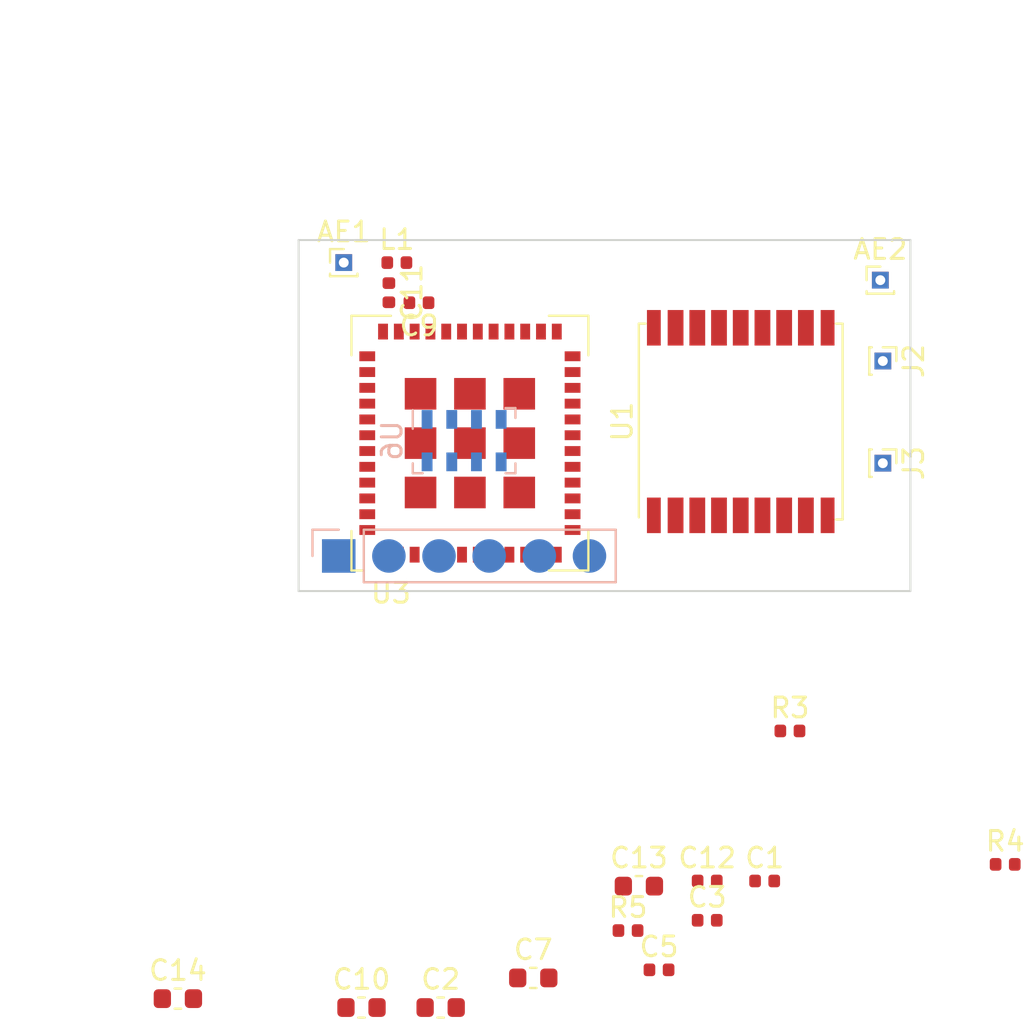
<source format=kicad_pcb>
(kicad_pcb (version 20171130) (host pcbnew "(5.1.2)-1")

  (general
    (thickness 1.6)
    (drawings 6)
    (tracks 0)
    (zones 0)
    (modules 23)
    (nets 16)
  )

  (page A3)
  (title_block
    (title "PCB for Lora Pico Tracker")
    (date 2019-10-21)
    (company "Imperial College Space Society")
    (comment 1 "Richard Ibbotson, Medad Newman")
  )

  (layers
    (0 F.Cu signal)
    (31 B.Cu signal)
    (32 B.Adhes user)
    (33 F.Adhes user)
    (34 B.Paste user)
    (35 F.Paste user)
    (36 B.SilkS user hide)
    (37 F.SilkS user hide)
    (38 B.Mask user)
    (39 F.Mask user)
    (40 Dwgs.User user)
    (41 Cmts.User user)
    (42 Eco1.User user)
    (43 Eco2.User user)
    (44 Edge.Cuts user)
    (45 Margin user hide)
    (46 B.CrtYd user)
    (47 F.CrtYd user)
    (48 B.Fab user hide)
    (49 F.Fab user hide)
  )

  (setup
    (last_trace_width 0.25)
    (user_trace_width 0.2)
    (user_trace_width 0.25)
    (user_trace_width 0.2933)
    (user_trace_width 0.4)
    (user_trace_width 2)
    (user_trace_width 2.54)
    (user_trace_width 5)
    (trace_clearance 0.2)
    (zone_clearance 0.508)
    (zone_45_only yes)
    (trace_min 0.2)
    (via_size 0.8)
    (via_drill 0.4)
    (via_min_size 0.4)
    (via_min_drill 0.3)
    (uvia_size 0.3)
    (uvia_drill 0.1)
    (uvias_allowed no)
    (uvia_min_size 0.2)
    (uvia_min_drill 0.1)
    (edge_width 0.05)
    (segment_width 0.2)
    (pcb_text_width 0.3)
    (pcb_text_size 1.5 1.5)
    (mod_edge_width 0.12)
    (mod_text_size 1 1)
    (mod_text_width 0.15)
    (pad_size 0.55 0.35)
    (pad_drill 0)
    (pad_to_mask_clearance 0.051)
    (solder_mask_min_width 0.25)
    (aux_axis_origin 0 0)
    (visible_elements 7FFFFFFF)
    (pcbplotparams
      (layerselection 0x3ffff_ffffffff)
      (usegerberextensions false)
      (usegerberattributes false)
      (usegerberadvancedattributes false)
      (creategerberjobfile false)
      (excludeedgelayer true)
      (linewidth 0.100000)
      (plotframeref false)
      (viasonmask false)
      (mode 1)
      (useauxorigin false)
      (hpglpennumber 1)
      (hpglpenspeed 20)
      (hpglpendiameter 15.000000)
      (psnegative false)
      (psa4output false)
      (plotreference true)
      (plotvalue true)
      (plotinvisibletext false)
      (padsonsilk false)
      (subtractmaskfromsilk false)
      (outputformat 1)
      (mirror false)
      (drillshape 0)
      (scaleselection 1)
      (outputdirectory "D:/Long term storage and temp/dead weight program downloads/Flight computer V1.1 gerbers/"))
  )

  (net 0 "")
  (net 1 GND)
  (net 2 +3V3)
  (net 3 "Net-(C9-Pad1)")
  (net 4 /I2C1_SDA)
  (net 5 /I2C1_SCL)
  (net 6 "Net-(AE2-Pad1)")
  (net 7 /SWDIO)
  (net 8 /RESET)
  (net 9 /VDD_TCXO)
  (net 10 /SWCLK)
  (net 11 "Net-(R3-Pad1)")
  (net 12 /GPS_TIMEPULSE)
  (net 13 /GPS_EXTINT)
  (net 14 /GPS_SAFEBOOT)
  (net 15 "Net-(AE1-Pad1)")

  (net_class Default "This is the default net class."
    (clearance 0.2)
    (trace_width 0.25)
    (via_dia 0.8)
    (via_drill 0.4)
    (uvia_dia 0.3)
    (uvia_drill 0.1)
    (add_net +3V3)
    (add_net /GPS_EXTINT)
    (add_net /GPS_SAFEBOOT)
    (add_net /GPS_TIMEPULSE)
    (add_net /I2C1_SCL)
    (add_net /I2C1_SDA)
    (add_net /RESET)
    (add_net /SWCLK)
    (add_net /SWDIO)
    (add_net /VDD_TCXO)
    (add_net GND)
    (add_net "Net-(AE1-Pad1)")
    (add_net "Net-(AE2-Pad1)")
    (add_net "Net-(C9-Pad1)")
    (add_net "Net-(J1-Pad6)")
    (add_net "Net-(R3-Pad1)")
    (add_net "Net-(U1-Pad14)")
    (add_net "Net-(U1-Pad15)")
    (add_net "Net-(U1-Pad2)")
    (add_net "Net-(U1-Pad3)")
    (add_net "Net-(U3-Pad1)")
    (add_net "Net-(U3-Pad10)")
    (add_net "Net-(U3-Pad11)")
    (add_net "Net-(U3-Pad12)")
    (add_net "Net-(U3-Pad13)")
    (add_net "Net-(U3-Pad18)")
    (add_net "Net-(U3-Pad19)")
    (add_net "Net-(U3-Pad2)")
    (add_net "Net-(U3-Pad20)")
    (add_net "Net-(U3-Pad21)")
    (add_net "Net-(U3-Pad22)")
    (add_net "Net-(U3-Pad23)")
    (add_net "Net-(U3-Pad24)")
    (add_net "Net-(U3-Pad28)")
    (add_net "Net-(U3-Pad29)")
    (add_net "Net-(U3-Pad30)")
    (add_net "Net-(U3-Pad31)")
    (add_net "Net-(U3-Pad32)")
    (add_net "Net-(U3-Pad33)")
    (add_net "Net-(U3-Pad37)")
    (add_net "Net-(U3-Pad38)")
    (add_net "Net-(U3-Pad39)")
    (add_net "Net-(U3-Pad40)")
    (add_net "Net-(U3-Pad45)")
    (add_net "Net-(U3-Pad46)")
    (add_net "Net-(U3-Pad47)")
    (add_net "Net-(U3-Pad8)")
    (add_net "Net-(U3-Pad9)")
    (add_net "Net-(U6-Pad6)")
  )

  (net_class FETs ""
    (clearance 0.2)
    (trace_width 2)
    (via_dia 0.8)
    (via_drill 0.4)
    (uvia_dia 0.3)
    (uvia_drill 0.1)
  )

  (net_class Power ""
    (clearance 0.2)
    (trace_width 2)
    (via_dia 0.8)
    (via_drill 0.4)
    (uvia_dia 0.3)
    (uvia_drill 0.1)
  )

  (net_class sense ""
    (clearance 0.2)
    (trace_width 0.25)
    (via_dia 0.8)
    (via_drill 0.4)
    (uvia_dia 0.3)
    (uvia_drill 0.1)
  )

  (module Connector_PinHeader_1.00mm:PinHeader_1x01_P1.00mm_Vertical (layer F.Cu) (tedit 59FED738) (tstamp 5DB3DEF2)
    (at 296.291 171.323 270)
    (descr "Through hole straight pin header, 1x01, 1.00mm pitch, single row")
    (tags "Through hole pin header THT 1x01 1.00mm single row")
    (path /5DC8A70A)
    (fp_text reference J3 (at 0 -1.56 90) (layer F.SilkS)
      (effects (font (size 1 1) (thickness 0.15)))
    )
    (fp_text value 3.3V (at 0 1.56 90) (layer F.Fab)
      (effects (font (size 1 1) (thickness 0.15)))
    )
    (fp_text user %R (at 0 0) (layer F.Fab)
      (effects (font (size 0.76 0.76) (thickness 0.114)))
    )
    (fp_line (start 1.15 -1) (end -1.15 -1) (layer F.CrtYd) (width 0.05))
    (fp_line (start 1.15 1) (end 1.15 -1) (layer F.CrtYd) (width 0.05))
    (fp_line (start -1.15 1) (end 1.15 1) (layer F.CrtYd) (width 0.05))
    (fp_line (start -1.15 -1) (end -1.15 1) (layer F.CrtYd) (width 0.05))
    (fp_line (start -0.695 -0.685) (end 0 -0.685) (layer F.SilkS) (width 0.12))
    (fp_line (start -0.695 0) (end -0.695 -0.685) (layer F.SilkS) (width 0.12))
    (fp_line (start 0.608276 0.685) (end 0.695 0.685) (layer F.SilkS) (width 0.12))
    (fp_line (start -0.695 0.685) (end -0.608276 0.685) (layer F.SilkS) (width 0.12))
    (fp_line (start 0.695 0.685) (end 0.695 0.56) (layer F.SilkS) (width 0.12))
    (fp_line (start -0.695 0.685) (end -0.695 0.56) (layer F.SilkS) (width 0.12))
    (fp_line (start -0.695 0.685) (end 0.695 0.685) (layer F.SilkS) (width 0.12))
    (fp_line (start -0.635 -0.1825) (end -0.3175 -0.5) (layer F.Fab) (width 0.1))
    (fp_line (start -0.635 0.5) (end -0.635 -0.1825) (layer F.Fab) (width 0.1))
    (fp_line (start 0.635 0.5) (end -0.635 0.5) (layer F.Fab) (width 0.1))
    (fp_line (start 0.635 -0.5) (end 0.635 0.5) (layer F.Fab) (width 0.1))
    (fp_line (start -0.3175 -0.5) (end 0.635 -0.5) (layer F.Fab) (width 0.1))
    (pad 1 thru_hole rect (at 0 0 270) (size 0.85 0.85) (drill 0.5) (layers *.Cu *.Mask)
      (net 2 +3V3))
    (model ${KISYS3DMOD}/Connector_PinHeader_1.00mm.3dshapes/PinHeader_1x01_P1.00mm_Vertical.wrl
      (at (xyz 0 0 0))
      (scale (xyz 1 1 1))
      (rotate (xyz 0 0 0))
    )
  )

  (module Connector_PinHeader_1.00mm:PinHeader_1x01_P1.00mm_Vertical (layer F.Cu) (tedit 59FED738) (tstamp 5DB3DEDC)
    (at 296.291 166.148001 270)
    (descr "Through hole straight pin header, 1x01, 1.00mm pitch, single row")
    (tags "Through hole pin header THT 1x01 1.00mm single row")
    (path /5DC8B635)
    (fp_text reference J2 (at 0 -1.56 90) (layer F.SilkS)
      (effects (font (size 1 1) (thickness 0.15)))
    )
    (fp_text value GND (at 0 1.56 90) (layer F.Fab)
      (effects (font (size 1 1) (thickness 0.15)))
    )
    (fp_text user %R (at 0 0) (layer F.Fab)
      (effects (font (size 0.76 0.76) (thickness 0.114)))
    )
    (fp_line (start 1.15 -1) (end -1.15 -1) (layer F.CrtYd) (width 0.05))
    (fp_line (start 1.15 1) (end 1.15 -1) (layer F.CrtYd) (width 0.05))
    (fp_line (start -1.15 1) (end 1.15 1) (layer F.CrtYd) (width 0.05))
    (fp_line (start -1.15 -1) (end -1.15 1) (layer F.CrtYd) (width 0.05))
    (fp_line (start -0.695 -0.685) (end 0 -0.685) (layer F.SilkS) (width 0.12))
    (fp_line (start -0.695 0) (end -0.695 -0.685) (layer F.SilkS) (width 0.12))
    (fp_line (start 0.608276 0.685) (end 0.695 0.685) (layer F.SilkS) (width 0.12))
    (fp_line (start -0.695 0.685) (end -0.608276 0.685) (layer F.SilkS) (width 0.12))
    (fp_line (start 0.695 0.685) (end 0.695 0.56) (layer F.SilkS) (width 0.12))
    (fp_line (start -0.695 0.685) (end -0.695 0.56) (layer F.SilkS) (width 0.12))
    (fp_line (start -0.695 0.685) (end 0.695 0.685) (layer F.SilkS) (width 0.12))
    (fp_line (start -0.635 -0.1825) (end -0.3175 -0.5) (layer F.Fab) (width 0.1))
    (fp_line (start -0.635 0.5) (end -0.635 -0.1825) (layer F.Fab) (width 0.1))
    (fp_line (start 0.635 0.5) (end -0.635 0.5) (layer F.Fab) (width 0.1))
    (fp_line (start 0.635 -0.5) (end 0.635 0.5) (layer F.Fab) (width 0.1))
    (fp_line (start -0.3175 -0.5) (end 0.635 -0.5) (layer F.Fab) (width 0.1))
    (pad 1 thru_hole rect (at 0 0 270) (size 0.85 0.85) (drill 0.5) (layers *.Cu *.Mask)
      (net 1 GND))
    (model ${KISYS3DMOD}/Connector_PinHeader_1.00mm.3dshapes/PinHeader_1x01_P1.00mm_Vertical.wrl
      (at (xyz 0 0 0))
      (scale (xyz 1 1 1))
      (rotate (xyz 0 0 0))
    )
  )

  (module Connector_PinHeader_1.00mm:PinHeader_1x01_P1.00mm_Vertical (layer F.Cu) (tedit 59FED738) (tstamp 5DB1388A)
    (at 296.164 162.052)
    (descr "Through hole straight pin header, 1x01, 1.00mm pitch, single row")
    (tags "Through hole pin header THT 1x01 1.00mm single row")
    (path /5DDA946B)
    (fp_text reference AE2 (at 0 -1.56) (layer F.SilkS)
      (effects (font (size 1 1) (thickness 0.15)))
    )
    (fp_text value "GPS Antenna" (at 0 1.56) (layer F.Fab)
      (effects (font (size 1 1) (thickness 0.15)))
    )
    (fp_text user %R (at 0 0 90) (layer F.Fab)
      (effects (font (size 0.76 0.76) (thickness 0.114)))
    )
    (fp_line (start 1.15 -1) (end -1.15 -1) (layer F.CrtYd) (width 0.05))
    (fp_line (start 1.15 1) (end 1.15 -1) (layer F.CrtYd) (width 0.05))
    (fp_line (start -1.15 1) (end 1.15 1) (layer F.CrtYd) (width 0.05))
    (fp_line (start -1.15 -1) (end -1.15 1) (layer F.CrtYd) (width 0.05))
    (fp_line (start -0.695 -0.685) (end 0 -0.685) (layer F.SilkS) (width 0.12))
    (fp_line (start -0.695 0) (end -0.695 -0.685) (layer F.SilkS) (width 0.12))
    (fp_line (start 0.608276 0.685) (end 0.695 0.685) (layer F.SilkS) (width 0.12))
    (fp_line (start -0.695 0.685) (end -0.608276 0.685) (layer F.SilkS) (width 0.12))
    (fp_line (start 0.695 0.685) (end 0.695 0.56) (layer F.SilkS) (width 0.12))
    (fp_line (start -0.695 0.685) (end -0.695 0.56) (layer F.SilkS) (width 0.12))
    (fp_line (start -0.695 0.685) (end 0.695 0.685) (layer F.SilkS) (width 0.12))
    (fp_line (start -0.635 -0.1825) (end -0.3175 -0.5) (layer F.Fab) (width 0.1))
    (fp_line (start -0.635 0.5) (end -0.635 -0.1825) (layer F.Fab) (width 0.1))
    (fp_line (start 0.635 0.5) (end -0.635 0.5) (layer F.Fab) (width 0.1))
    (fp_line (start 0.635 -0.5) (end 0.635 0.5) (layer F.Fab) (width 0.1))
    (fp_line (start -0.3175 -0.5) (end 0.635 -0.5) (layer F.Fab) (width 0.1))
    (pad 1 thru_hole rect (at 0 0) (size 0.85 0.85) (drill 0.5) (layers *.Cu *.Mask)
      (net 6 "Net-(AE2-Pad1)"))
    (model ${KISYS3DMOD}/Connector_PinHeader_1.00mm.3dshapes/PinHeader_1x01_P1.00mm_Vertical.wrl
      (at (xyz 0 0 0))
      (scale (xyz 1 1 1))
      (rotate (xyz 0 0 0))
    )
  )

  (module Connector_PinHeader_1.00mm:PinHeader_1x01_P1.00mm_Vertical (layer F.Cu) (tedit 59FED738) (tstamp 5DB13882)
    (at 268.986 161.163)
    (descr "Through hole straight pin header, 1x01, 1.00mm pitch, single row")
    (tags "Through hole pin header THT 1x01 1.00mm single row")
    (path /5DE442FF)
    (fp_text reference AE1 (at 0 -1.56) (layer F.SilkS)
      (effects (font (size 1 1) (thickness 0.15)))
    )
    (fp_text value "Lora Antenna" (at 0 1.56) (layer F.Fab)
      (effects (font (size 1 1) (thickness 0.15)))
    )
    (fp_text user %R (at 0 0 90) (layer F.Fab)
      (effects (font (size 0.76 0.76) (thickness 0.114)))
    )
    (fp_line (start 1.15 -1) (end -1.15 -1) (layer F.CrtYd) (width 0.05))
    (fp_line (start 1.15 1) (end 1.15 -1) (layer F.CrtYd) (width 0.05))
    (fp_line (start -1.15 1) (end 1.15 1) (layer F.CrtYd) (width 0.05))
    (fp_line (start -1.15 -1) (end -1.15 1) (layer F.CrtYd) (width 0.05))
    (fp_line (start -0.695 -0.685) (end 0 -0.685) (layer F.SilkS) (width 0.12))
    (fp_line (start -0.695 0) (end -0.695 -0.685) (layer F.SilkS) (width 0.12))
    (fp_line (start 0.608276 0.685) (end 0.695 0.685) (layer F.SilkS) (width 0.12))
    (fp_line (start -0.695 0.685) (end -0.608276 0.685) (layer F.SilkS) (width 0.12))
    (fp_line (start 0.695 0.685) (end 0.695 0.56) (layer F.SilkS) (width 0.12))
    (fp_line (start -0.695 0.685) (end -0.695 0.56) (layer F.SilkS) (width 0.12))
    (fp_line (start -0.695 0.685) (end 0.695 0.685) (layer F.SilkS) (width 0.12))
    (fp_line (start -0.635 -0.1825) (end -0.3175 -0.5) (layer F.Fab) (width 0.1))
    (fp_line (start -0.635 0.5) (end -0.635 -0.1825) (layer F.Fab) (width 0.1))
    (fp_line (start 0.635 0.5) (end -0.635 0.5) (layer F.Fab) (width 0.1))
    (fp_line (start 0.635 -0.5) (end 0.635 0.5) (layer F.Fab) (width 0.1))
    (fp_line (start -0.3175 -0.5) (end 0.635 -0.5) (layer F.Fab) (width 0.1))
    (pad 1 thru_hole rect (at 0 0) (size 0.85 0.85) (drill 0.5) (layers *.Cu *.Mask)
      (net 15 "Net-(AE1-Pad1)"))
    (model ${KISYS3DMOD}/Connector_PinHeader_1.00mm.3dshapes/PinHeader_1x01_P1.00mm_Vertical.wrl
      (at (xyz 0 0 0))
      (scale (xyz 1 1 1))
      (rotate (xyz 0 0 0))
    )
  )

  (module Resistor_SMD:R_0402_1005Metric (layer F.Cu) (tedit 5B301BBD) (tstamp 5DB1398F)
    (at 283.385001 194.995001)
    (descr "Resistor SMD 0402 (1005 Metric), square (rectangular) end terminal, IPC_7351 nominal, (Body size source: http://www.tortai-tech.com/upload/download/2011102023233369053.pdf), generated with kicad-footprint-generator")
    (tags resistor)
    (path /5DC8415A)
    (attr smd)
    (fp_text reference R5 (at 0 -1.17) (layer F.SilkS)
      (effects (font (size 1 1) (thickness 0.15)))
    )
    (fp_text value 4.7K (at 0 1.17) (layer F.Fab)
      (effects (font (size 1 1) (thickness 0.15)))
    )
    (fp_text user %R (at 0 0) (layer F.Fab)
      (effects (font (size 0.25 0.25) (thickness 0.04)))
    )
    (fp_line (start 0.93 0.47) (end -0.93 0.47) (layer F.CrtYd) (width 0.05))
    (fp_line (start 0.93 -0.47) (end 0.93 0.47) (layer F.CrtYd) (width 0.05))
    (fp_line (start -0.93 -0.47) (end 0.93 -0.47) (layer F.CrtYd) (width 0.05))
    (fp_line (start -0.93 0.47) (end -0.93 -0.47) (layer F.CrtYd) (width 0.05))
    (fp_line (start 0.5 0.25) (end -0.5 0.25) (layer F.Fab) (width 0.1))
    (fp_line (start 0.5 -0.25) (end 0.5 0.25) (layer F.Fab) (width 0.1))
    (fp_line (start -0.5 -0.25) (end 0.5 -0.25) (layer F.Fab) (width 0.1))
    (fp_line (start -0.5 0.25) (end -0.5 -0.25) (layer F.Fab) (width 0.1))
    (pad 2 smd roundrect (at 0.485 0) (size 0.59 0.64) (layers F.Cu F.Paste F.Mask) (roundrect_rratio 0.25)
      (net 5 /I2C1_SCL))
    (pad 1 smd roundrect (at -0.485 0) (size 0.59 0.64) (layers F.Cu F.Paste F.Mask) (roundrect_rratio 0.25)
      (net 2 +3V3))
    (model ${KISYS3DMOD}/Resistor_SMD.3dshapes/R_0402_1005Metric.wrl
      (at (xyz 0 0 0))
      (scale (xyz 1 1 1))
      (rotate (xyz 0 0 0))
    )
  )

  (module Resistor_SMD:R_0402_1005Metric (layer F.Cu) (tedit 5B301BBD) (tstamp 5DB13980)
    (at 302.4885 191.643)
    (descr "Resistor SMD 0402 (1005 Metric), square (rectangular) end terminal, IPC_7351 nominal, (Body size source: http://www.tortai-tech.com/upload/download/2011102023233369053.pdf), generated with kicad-footprint-generator")
    (tags resistor)
    (path /5DC84150)
    (attr smd)
    (fp_text reference R4 (at 0 -1.17) (layer F.SilkS)
      (effects (font (size 1 1) (thickness 0.15)))
    )
    (fp_text value 4.7K (at 0 1.17) (layer F.Fab)
      (effects (font (size 1 1) (thickness 0.15)))
    )
    (fp_text user %R (at 0 0) (layer F.Fab)
      (effects (font (size 0.25 0.25) (thickness 0.04)))
    )
    (fp_line (start 0.93 0.47) (end -0.93 0.47) (layer F.CrtYd) (width 0.05))
    (fp_line (start 0.93 -0.47) (end 0.93 0.47) (layer F.CrtYd) (width 0.05))
    (fp_line (start -0.93 -0.47) (end 0.93 -0.47) (layer F.CrtYd) (width 0.05))
    (fp_line (start -0.93 0.47) (end -0.93 -0.47) (layer F.CrtYd) (width 0.05))
    (fp_line (start 0.5 0.25) (end -0.5 0.25) (layer F.Fab) (width 0.1))
    (fp_line (start 0.5 -0.25) (end 0.5 0.25) (layer F.Fab) (width 0.1))
    (fp_line (start -0.5 -0.25) (end 0.5 -0.25) (layer F.Fab) (width 0.1))
    (fp_line (start -0.5 0.25) (end -0.5 -0.25) (layer F.Fab) (width 0.1))
    (pad 2 smd roundrect (at 0.485 0) (size 0.59 0.64) (layers F.Cu F.Paste F.Mask) (roundrect_rratio 0.25)
      (net 4 /I2C1_SDA))
    (pad 1 smd roundrect (at -0.485 0) (size 0.59 0.64) (layers F.Cu F.Paste F.Mask) (roundrect_rratio 0.25)
      (net 2 +3V3))
    (model ${KISYS3DMOD}/Resistor_SMD.3dshapes/R_0402_1005Metric.wrl
      (at (xyz 0 0 0))
      (scale (xyz 1 1 1))
      (rotate (xyz 0 0 0))
    )
  )

  (module Capacitor_SMD:C_0402_1005Metric (layer F.Cu) (tedit 5B301BBE) (tstamp 5DB13917)
    (at 287.395001 192.485001)
    (descr "Capacitor SMD 0402 (1005 Metric), square (rectangular) end terminal, IPC_7351 nominal, (Body size source: http://www.tortai-tech.com/upload/download/2011102023233369053.pdf), generated with kicad-footprint-generator")
    (tags capacitor)
    (path /5DC841CA)
    (attr smd)
    (fp_text reference C12 (at 0 -1.17) (layer F.SilkS)
      (effects (font (size 1 1) (thickness 0.15)))
    )
    (fp_text value 100nF (at 0 1.17) (layer F.Fab)
      (effects (font (size 1 1) (thickness 0.15)))
    )
    (fp_text user %R (at 0 0) (layer F.Fab)
      (effects (font (size 0.25 0.25) (thickness 0.04)))
    )
    (fp_line (start 0.93 0.47) (end -0.93 0.47) (layer F.CrtYd) (width 0.05))
    (fp_line (start 0.93 -0.47) (end 0.93 0.47) (layer F.CrtYd) (width 0.05))
    (fp_line (start -0.93 -0.47) (end 0.93 -0.47) (layer F.CrtYd) (width 0.05))
    (fp_line (start -0.93 0.47) (end -0.93 -0.47) (layer F.CrtYd) (width 0.05))
    (fp_line (start 0.5 0.25) (end -0.5 0.25) (layer F.Fab) (width 0.1))
    (fp_line (start 0.5 -0.25) (end 0.5 0.25) (layer F.Fab) (width 0.1))
    (fp_line (start -0.5 -0.25) (end 0.5 -0.25) (layer F.Fab) (width 0.1))
    (fp_line (start -0.5 0.25) (end -0.5 -0.25) (layer F.Fab) (width 0.1))
    (pad 2 smd roundrect (at 0.485 0) (size 0.59 0.64) (layers F.Cu F.Paste F.Mask) (roundrect_rratio 0.25)
      (net 1 GND))
    (pad 1 smd roundrect (at -0.485 0) (size 0.59 0.64) (layers F.Cu F.Paste F.Mask) (roundrect_rratio 0.25)
      (net 2 +3V3))
    (model ${KISYS3DMOD}/Capacitor_SMD.3dshapes/C_0402_1005Metric.wrl
      (at (xyz 0 0 0))
      (scale (xyz 1 1 1))
      (rotate (xyz 0 0 0))
    )
  )

  (module femto_footprints:special_test_pads (layer B.Cu) (tedit 5CC65C4A) (tstamp 5DB13953)
    (at 268.732 176.022 270)
    (descr "Through hole straight pin header, 1x06, 2.54mm pitch, single row")
    (tags "Through hole pin header THT 1x06 2.54mm single row")
    (path /5DC84045)
    (fp_text reference J1 (at 0 2.33 270) (layer B.SilkS) hide
      (effects (font (size 1 1) (thickness 0.15)) (justify mirror))
    )
    (fp_text value Conn_01x06 (at 0 -15.03 270) (layer B.Fab) hide
      (effects (font (size 1 1) (thickness 0.15)) (justify mirror))
    )
    (fp_line (start -0.635 1.27) (end 1.27 1.27) (layer B.Fab) (width 0.1))
    (fp_line (start 1.27 1.27) (end 1.27 -13.97) (layer B.Fab) (width 0.1))
    (fp_line (start 1.27 -13.97) (end -1.27 -13.97) (layer B.Fab) (width 0.1))
    (fp_line (start -1.27 -13.97) (end -1.27 0.635) (layer B.Fab) (width 0.1))
    (fp_line (start -1.27 0.635) (end -0.635 1.27) (layer B.Fab) (width 0.1))
    (fp_line (start -1.33 -14.03) (end 1.33 -14.03) (layer B.SilkS) (width 0.12))
    (fp_line (start -1.33 -1.27) (end -1.33 -14.03) (layer B.SilkS) (width 0.12))
    (fp_line (start 1.33 -1.27) (end 1.33 -14.03) (layer B.SilkS) (width 0.12))
    (fp_line (start -1.33 -1.27) (end 1.33 -1.27) (layer B.SilkS) (width 0.12))
    (fp_line (start -1.33 0) (end -1.33 1.33) (layer B.SilkS) (width 0.12))
    (fp_line (start -1.33 1.33) (end 0 1.33) (layer B.SilkS) (width 0.12))
    (fp_line (start -1.8 1.8) (end -1.8 -14.5) (layer B.CrtYd) (width 0.05))
    (fp_line (start -1.8 -14.5) (end 1.8 -14.5) (layer B.CrtYd) (width 0.05))
    (fp_line (start 1.8 -14.5) (end 1.8 1.8) (layer B.CrtYd) (width 0.05))
    (fp_line (start 1.8 1.8) (end -1.8 1.8) (layer B.CrtYd) (width 0.05))
    (fp_text user %R (at 0 -6.35) (layer B.Fab) hide
      (effects (font (size 1 1) (thickness 0.15)) (justify mirror))
    )
    (pad 1 smd rect (at 0 0 270) (size 1.7 1.7) (layers B.Cu B.Mask)
      (net 2 +3V3) (zone_connect 2))
    (pad 2 smd oval (at 0 -2.54 270) (size 1.7 1.7) (layers B.Cu B.Mask)
      (net 10 /SWCLK))
    (pad 3 smd oval (at 0 -5.08 270) (size 1.7 1.7) (layers B.Cu B.Mask)
      (net 1 GND))
    (pad 4 smd oval (at 0 -7.62 270) (size 1.7 1.7) (layers B.Cu B.Mask)
      (net 7 /SWDIO))
    (pad 5 smd oval (at 0 -10.16 270) (size 1.7 1.7) (layers B.Cu B.Mask)
      (net 8 /RESET) (zone_connect 2))
    (pad 6 smd oval (at 0 -12.7 270) (size 1.7 1.7) (layers B.Cu B.Mask))
  )

  (module Capacitor_SMD:C_0402_1005Metric (layer F.Cu) (tedit 5B301BBE) (tstamp 5DB13899)
    (at 290.305001 192.485001)
    (descr "Capacitor SMD 0402 (1005 Metric), square (rectangular) end terminal, IPC_7351 nominal, (Body size source: http://www.tortai-tech.com/upload/download/2011102023233369053.pdf), generated with kicad-footprint-generator")
    (tags capacitor)
    (path /5DC8406E)
    (attr smd)
    (fp_text reference C1 (at 0 -1.17) (layer F.SilkS)
      (effects (font (size 1 1) (thickness 0.15)))
    )
    (fp_text value 100nF (at 0 1.17) (layer F.Fab)
      (effects (font (size 1 1) (thickness 0.15)))
    )
    (fp_text user %R (at 0 0) (layer F.Fab)
      (effects (font (size 0.25 0.25) (thickness 0.04)))
    )
    (fp_line (start 0.93 0.47) (end -0.93 0.47) (layer F.CrtYd) (width 0.05))
    (fp_line (start 0.93 -0.47) (end 0.93 0.47) (layer F.CrtYd) (width 0.05))
    (fp_line (start -0.93 -0.47) (end 0.93 -0.47) (layer F.CrtYd) (width 0.05))
    (fp_line (start -0.93 0.47) (end -0.93 -0.47) (layer F.CrtYd) (width 0.05))
    (fp_line (start 0.5 0.25) (end -0.5 0.25) (layer F.Fab) (width 0.1))
    (fp_line (start 0.5 -0.25) (end 0.5 0.25) (layer F.Fab) (width 0.1))
    (fp_line (start -0.5 -0.25) (end 0.5 -0.25) (layer F.Fab) (width 0.1))
    (fp_line (start -0.5 0.25) (end -0.5 -0.25) (layer F.Fab) (width 0.1))
    (pad 2 smd roundrect (at 0.485 0) (size 0.59 0.64) (layers F.Cu F.Paste F.Mask) (roundrect_rratio 0.25)
      (net 1 GND))
    (pad 1 smd roundrect (at -0.485 0) (size 0.59 0.64) (layers F.Cu F.Paste F.Mask) (roundrect_rratio 0.25)
      (net 8 /RESET))
    (model ${KISYS3DMOD}/Capacitor_SMD.3dshapes/C_0402_1005Metric.wrl
      (at (xyz 0 0 0))
      (scale (xyz 1 1 1))
      (rotate (xyz 0 0 0))
    )
  )

  (module Capacitor_SMD:C_0603_1608Metric (layer F.Cu) (tedit 5B301BBE) (tstamp 5DB138AA)
    (at 273.895001 198.895001)
    (descr "Capacitor SMD 0603 (1608 Metric), square (rectangular) end terminal, IPC_7351 nominal, (Body size source: http://www.tortai-tech.com/upload/download/2011102023233369053.pdf), generated with kicad-footprint-generator")
    (tags capacitor)
    (path /5DC840BE)
    (attr smd)
    (fp_text reference C2 (at 0 -1.43) (layer F.SilkS)
      (effects (font (size 1 1) (thickness 0.15)))
    )
    (fp_text value 10uF (at 0 1.43) (layer F.Fab)
      (effects (font (size 1 1) (thickness 0.15)))
    )
    (fp_text user %R (at 0 0) (layer F.Fab)
      (effects (font (size 0.4 0.4) (thickness 0.06)))
    )
    (fp_line (start 1.48 0.73) (end -1.48 0.73) (layer F.CrtYd) (width 0.05))
    (fp_line (start 1.48 -0.73) (end 1.48 0.73) (layer F.CrtYd) (width 0.05))
    (fp_line (start -1.48 -0.73) (end 1.48 -0.73) (layer F.CrtYd) (width 0.05))
    (fp_line (start -1.48 0.73) (end -1.48 -0.73) (layer F.CrtYd) (width 0.05))
    (fp_line (start -0.162779 0.51) (end 0.162779 0.51) (layer F.SilkS) (width 0.12))
    (fp_line (start -0.162779 -0.51) (end 0.162779 -0.51) (layer F.SilkS) (width 0.12))
    (fp_line (start 0.8 0.4) (end -0.8 0.4) (layer F.Fab) (width 0.1))
    (fp_line (start 0.8 -0.4) (end 0.8 0.4) (layer F.Fab) (width 0.1))
    (fp_line (start -0.8 -0.4) (end 0.8 -0.4) (layer F.Fab) (width 0.1))
    (fp_line (start -0.8 0.4) (end -0.8 -0.4) (layer F.Fab) (width 0.1))
    (pad 2 smd roundrect (at 0.7875 0) (size 0.875 0.95) (layers F.Cu F.Paste F.Mask) (roundrect_rratio 0.25)
      (net 1 GND))
    (pad 1 smd roundrect (at -0.7875 0) (size 0.875 0.95) (layers F.Cu F.Paste F.Mask) (roundrect_rratio 0.25)
      (net 2 +3V3))
    (model ${KISYS3DMOD}/Capacitor_SMD.3dshapes/C_0603_1608Metric.wrl
      (at (xyz 0 0 0))
      (scale (xyz 1 1 1))
      (rotate (xyz 0 0 0))
    )
  )

  (module Capacitor_SMD:C_0402_1005Metric (layer F.Cu) (tedit 5B301BBE) (tstamp 5DB138B9)
    (at 287.395001 194.475001)
    (descr "Capacitor SMD 0402 (1005 Metric), square (rectangular) end terminal, IPC_7351 nominal, (Body size source: http://www.tortai-tech.com/upload/download/2011102023233369053.pdf), generated with kicad-footprint-generator")
    (tags capacitor)
    (path /5DC840B7)
    (attr smd)
    (fp_text reference C3 (at 0 -1.17) (layer F.SilkS)
      (effects (font (size 1 1) (thickness 0.15)))
    )
    (fp_text value 100nF (at 0 1.17) (layer F.Fab)
      (effects (font (size 1 1) (thickness 0.15)))
    )
    (fp_text user %R (at 0 0) (layer F.Fab)
      (effects (font (size 0.25 0.25) (thickness 0.04)))
    )
    (fp_line (start 0.93 0.47) (end -0.93 0.47) (layer F.CrtYd) (width 0.05))
    (fp_line (start 0.93 -0.47) (end 0.93 0.47) (layer F.CrtYd) (width 0.05))
    (fp_line (start -0.93 -0.47) (end 0.93 -0.47) (layer F.CrtYd) (width 0.05))
    (fp_line (start -0.93 0.47) (end -0.93 -0.47) (layer F.CrtYd) (width 0.05))
    (fp_line (start 0.5 0.25) (end -0.5 0.25) (layer F.Fab) (width 0.1))
    (fp_line (start 0.5 -0.25) (end 0.5 0.25) (layer F.Fab) (width 0.1))
    (fp_line (start -0.5 -0.25) (end 0.5 -0.25) (layer F.Fab) (width 0.1))
    (fp_line (start -0.5 0.25) (end -0.5 -0.25) (layer F.Fab) (width 0.1))
    (pad 2 smd roundrect (at 0.485 0) (size 0.59 0.64) (layers F.Cu F.Paste F.Mask) (roundrect_rratio 0.25)
      (net 1 GND))
    (pad 1 smd roundrect (at -0.485 0) (size 0.59 0.64) (layers F.Cu F.Paste F.Mask) (roundrect_rratio 0.25)
      (net 2 +3V3))
    (model ${KISYS3DMOD}/Capacitor_SMD.3dshapes/C_0402_1005Metric.wrl
      (at (xyz 0 0 0))
      (scale (xyz 1 1 1))
      (rotate (xyz 0 0 0))
    )
  )

  (module Capacitor_SMD:C_0402_1005Metric (layer F.Cu) (tedit 5B301BBE) (tstamp 5DB138C8)
    (at 284.955001 196.985001)
    (descr "Capacitor SMD 0402 (1005 Metric), square (rectangular) end terminal, IPC_7351 nominal, (Body size source: http://www.tortai-tech.com/upload/download/2011102023233369053.pdf), generated with kicad-footprint-generator")
    (tags capacitor)
    (path /5DC84080)
    (attr smd)
    (fp_text reference C5 (at 0 -1.17) (layer F.SilkS)
      (effects (font (size 1 1) (thickness 0.15)))
    )
    (fp_text value 100nF (at 0 1.17) (layer F.Fab)
      (effects (font (size 1 1) (thickness 0.15)))
    )
    (fp_line (start -0.5 0.25) (end -0.5 -0.25) (layer F.Fab) (width 0.1))
    (fp_line (start -0.5 -0.25) (end 0.5 -0.25) (layer F.Fab) (width 0.1))
    (fp_line (start 0.5 -0.25) (end 0.5 0.25) (layer F.Fab) (width 0.1))
    (fp_line (start 0.5 0.25) (end -0.5 0.25) (layer F.Fab) (width 0.1))
    (fp_line (start -0.93 0.47) (end -0.93 -0.47) (layer F.CrtYd) (width 0.05))
    (fp_line (start -0.93 -0.47) (end 0.93 -0.47) (layer F.CrtYd) (width 0.05))
    (fp_line (start 0.93 -0.47) (end 0.93 0.47) (layer F.CrtYd) (width 0.05))
    (fp_line (start 0.93 0.47) (end -0.93 0.47) (layer F.CrtYd) (width 0.05))
    (fp_text user %R (at 0 0) (layer F.Fab)
      (effects (font (size 0.25 0.25) (thickness 0.04)))
    )
    (pad 1 smd roundrect (at -0.485 0) (size 0.59 0.64) (layers F.Cu F.Paste F.Mask) (roundrect_rratio 0.25)
      (net 2 +3V3))
    (pad 2 smd roundrect (at 0.485 0) (size 0.59 0.64) (layers F.Cu F.Paste F.Mask) (roundrect_rratio 0.25)
      (net 1 GND))
    (model ${KISYS3DMOD}/Capacitor_SMD.3dshapes/C_0402_1005Metric.wrl
      (at (xyz 0 0 0))
      (scale (xyz 1 1 1))
      (rotate (xyz 0 0 0))
    )
  )

  (module Capacitor_SMD:C_0603_1608Metric (layer F.Cu) (tedit 5B301BBE) (tstamp 5DB138D9)
    (at 278.585001 197.395001)
    (descr "Capacitor SMD 0603 (1608 Metric), square (rectangular) end terminal, IPC_7351 nominal, (Body size source: http://www.tortai-tech.com/upload/download/2011102023233369053.pdf), generated with kicad-footprint-generator")
    (tags capacitor)
    (path /5DC84094)
    (attr smd)
    (fp_text reference C7 (at 0 -1.43) (layer F.SilkS)
      (effects (font (size 1 1) (thickness 0.15)))
    )
    (fp_text value 1uF (at 0 1.43) (layer F.Fab)
      (effects (font (size 1 1) (thickness 0.15)))
    )
    (fp_line (start -0.8 0.4) (end -0.8 -0.4) (layer F.Fab) (width 0.1))
    (fp_line (start -0.8 -0.4) (end 0.8 -0.4) (layer F.Fab) (width 0.1))
    (fp_line (start 0.8 -0.4) (end 0.8 0.4) (layer F.Fab) (width 0.1))
    (fp_line (start 0.8 0.4) (end -0.8 0.4) (layer F.Fab) (width 0.1))
    (fp_line (start -0.162779 -0.51) (end 0.162779 -0.51) (layer F.SilkS) (width 0.12))
    (fp_line (start -0.162779 0.51) (end 0.162779 0.51) (layer F.SilkS) (width 0.12))
    (fp_line (start -1.48 0.73) (end -1.48 -0.73) (layer F.CrtYd) (width 0.05))
    (fp_line (start -1.48 -0.73) (end 1.48 -0.73) (layer F.CrtYd) (width 0.05))
    (fp_line (start 1.48 -0.73) (end 1.48 0.73) (layer F.CrtYd) (width 0.05))
    (fp_line (start 1.48 0.73) (end -1.48 0.73) (layer F.CrtYd) (width 0.05))
    (fp_text user %R (at 0 0) (layer F.Fab)
      (effects (font (size 0.4 0.4) (thickness 0.06)))
    )
    (pad 1 smd roundrect (at -0.7875 0) (size 0.875 0.95) (layers F.Cu F.Paste F.Mask) (roundrect_rratio 0.25)
      (net 2 +3V3))
    (pad 2 smd roundrect (at 0.7875 0) (size 0.875 0.95) (layers F.Cu F.Paste F.Mask) (roundrect_rratio 0.25)
      (net 1 GND))
    (model ${KISYS3DMOD}/Capacitor_SMD.3dshapes/C_0603_1608Metric.wrl
      (at (xyz 0 0 0))
      (scale (xyz 1 1 1))
      (rotate (xyz 0 0 0))
    )
  )

  (module Capacitor_SMD:C_0402_1005Metric (layer F.Cu) (tedit 5B301BBE) (tstamp 5DB138E8)
    (at 272.796 163.195 180)
    (descr "Capacitor SMD 0402 (1005 Metric), square (rectangular) end terminal, IPC_7351 nominal, (Body size source: http://www.tortai-tech.com/upload/download/2011102023233369053.pdf), generated with kicad-footprint-generator")
    (tags capacitor)
    (path /5DC840E6)
    (attr smd)
    (fp_text reference C9 (at 0 -1.17) (layer F.SilkS)
      (effects (font (size 1 1) (thickness 0.15)))
    )
    (fp_text value NF (at 0 1.17) (layer F.Fab)
      (effects (font (size 1 1) (thickness 0.15)))
    )
    (fp_line (start -0.5 0.25) (end -0.5 -0.25) (layer F.Fab) (width 0.1))
    (fp_line (start -0.5 -0.25) (end 0.5 -0.25) (layer F.Fab) (width 0.1))
    (fp_line (start 0.5 -0.25) (end 0.5 0.25) (layer F.Fab) (width 0.1))
    (fp_line (start 0.5 0.25) (end -0.5 0.25) (layer F.Fab) (width 0.1))
    (fp_line (start -0.93 0.47) (end -0.93 -0.47) (layer F.CrtYd) (width 0.05))
    (fp_line (start -0.93 -0.47) (end 0.93 -0.47) (layer F.CrtYd) (width 0.05))
    (fp_line (start 0.93 -0.47) (end 0.93 0.47) (layer F.CrtYd) (width 0.05))
    (fp_line (start 0.93 0.47) (end -0.93 0.47) (layer F.CrtYd) (width 0.05))
    (fp_text user %R (at -2.152001 -0.270001) (layer F.Fab)
      (effects (font (size 0.25 0.25) (thickness 0.04)))
    )
    (pad 1 smd roundrect (at -0.485 0 180) (size 0.59 0.64) (layers F.Cu F.Paste F.Mask) (roundrect_rratio 0.25)
      (net 3 "Net-(C9-Pad1)"))
    (pad 2 smd roundrect (at 0.485 0 180) (size 0.59 0.64) (layers F.Cu F.Paste F.Mask) (roundrect_rratio 0.25)
      (net 1 GND))
    (model ${KISYS3DMOD}/Capacitor_SMD.3dshapes/C_0402_1005Metric.wrl
      (at (xyz 0 0 0))
      (scale (xyz 1 1 1))
      (rotate (xyz 0 0 0))
    )
  )

  (module Capacitor_SMD:C_0603_1608Metric (layer F.Cu) (tedit 5B301BBE) (tstamp 5DB138F9)
    (at 269.885001 198.895001)
    (descr "Capacitor SMD 0603 (1608 Metric), square (rectangular) end terminal, IPC_7351 nominal, (Body size source: http://www.tortai-tech.com/upload/download/2011102023233369053.pdf), generated with kicad-footprint-generator")
    (tags capacitor)
    (path /5DC8409B)
    (attr smd)
    (fp_text reference C10 (at 0 -1.43) (layer F.SilkS)
      (effects (font (size 1 1) (thickness 0.15)))
    )
    (fp_text value 10uF (at 0 1.43) (layer F.Fab)
      (effects (font (size 1 1) (thickness 0.15)))
    )
    (fp_text user %R (at 0 0) (layer F.Fab)
      (effects (font (size 0.4 0.4) (thickness 0.06)))
    )
    (fp_line (start 1.48 0.73) (end -1.48 0.73) (layer F.CrtYd) (width 0.05))
    (fp_line (start 1.48 -0.73) (end 1.48 0.73) (layer F.CrtYd) (width 0.05))
    (fp_line (start -1.48 -0.73) (end 1.48 -0.73) (layer F.CrtYd) (width 0.05))
    (fp_line (start -1.48 0.73) (end -1.48 -0.73) (layer F.CrtYd) (width 0.05))
    (fp_line (start -0.162779 0.51) (end 0.162779 0.51) (layer F.SilkS) (width 0.12))
    (fp_line (start -0.162779 -0.51) (end 0.162779 -0.51) (layer F.SilkS) (width 0.12))
    (fp_line (start 0.8 0.4) (end -0.8 0.4) (layer F.Fab) (width 0.1))
    (fp_line (start 0.8 -0.4) (end 0.8 0.4) (layer F.Fab) (width 0.1))
    (fp_line (start -0.8 -0.4) (end 0.8 -0.4) (layer F.Fab) (width 0.1))
    (fp_line (start -0.8 0.4) (end -0.8 -0.4) (layer F.Fab) (width 0.1))
    (pad 2 smd roundrect (at 0.7875 0) (size 0.875 0.95) (layers F.Cu F.Paste F.Mask) (roundrect_rratio 0.25)
      (net 1 GND))
    (pad 1 smd roundrect (at -0.7875 0) (size 0.875 0.95) (layers F.Cu F.Paste F.Mask) (roundrect_rratio 0.25)
      (net 2 +3V3))
    (model ${KISYS3DMOD}/Capacitor_SMD.3dshapes/C_0603_1608Metric.wrl
      (at (xyz 0 0 0))
      (scale (xyz 1 1 1))
      (rotate (xyz 0 0 0))
    )
  )

  (module Capacitor_SMD:C_0402_1005Metric (layer F.Cu) (tedit 5B301BBE) (tstamp 5DB13908)
    (at 271.272 162.687 270)
    (descr "Capacitor SMD 0402 (1005 Metric), square (rectangular) end terminal, IPC_7351 nominal, (Body size source: http://www.tortai-tech.com/upload/download/2011102023233369053.pdf), generated with kicad-footprint-generator")
    (tags capacitor)
    (path /5DC840ED)
    (attr smd)
    (fp_text reference C11 (at 0 -1.17 90) (layer F.SilkS)
      (effects (font (size 1 1) (thickness 0.15)))
    )
    (fp_text value NF (at 0 1.17 90) (layer F.Fab)
      (effects (font (size 1 1) (thickness 0.15)))
    )
    (fp_line (start -0.5 0.25) (end -0.5 -0.25) (layer F.Fab) (width 0.1))
    (fp_line (start -0.5 -0.25) (end 0.5 -0.25) (layer F.Fab) (width 0.1))
    (fp_line (start 0.5 -0.25) (end 0.5 0.25) (layer F.Fab) (width 0.1))
    (fp_line (start 0.5 0.25) (end -0.5 0.25) (layer F.Fab) (width 0.1))
    (fp_line (start -0.93 0.47) (end -0.93 -0.47) (layer F.CrtYd) (width 0.05))
    (fp_line (start -0.93 -0.47) (end 0.93 -0.47) (layer F.CrtYd) (width 0.05))
    (fp_line (start 0.93 -0.47) (end 0.93 0.47) (layer F.CrtYd) (width 0.05))
    (fp_line (start 0.93 0.47) (end -0.93 0.47) (layer F.CrtYd) (width 0.05))
    (fp_text user %R (at 0 0 90) (layer F.Fab)
      (effects (font (size 0.25 0.25) (thickness 0.04)))
    )
    (pad 1 smd roundrect (at -0.485 0 270) (size 0.59 0.64) (layers F.Cu F.Paste F.Mask) (roundrect_rratio 0.25)
      (net 15 "Net-(AE1-Pad1)"))
    (pad 2 smd roundrect (at 0.485 0 270) (size 0.59 0.64) (layers F.Cu F.Paste F.Mask) (roundrect_rratio 0.25)
      (net 1 GND))
    (model ${KISYS3DMOD}/Capacitor_SMD.3dshapes/C_0402_1005Metric.wrl
      (at (xyz 0 0 0))
      (scale (xyz 1 1 1))
      (rotate (xyz 0 0 0))
    )
  )

  (module Capacitor_SMD:C_0603_1608Metric (layer F.Cu) (tedit 5B301BBE) (tstamp 5DB13928)
    (at 283.935001 192.745001)
    (descr "Capacitor SMD 0603 (1608 Metric), square (rectangular) end terminal, IPC_7351 nominal, (Body size source: http://www.tortai-tech.com/upload/download/2011102023233369053.pdf), generated with kicad-footprint-generator")
    (tags capacitor)
    (path /5DC841D3)
    (attr smd)
    (fp_text reference C13 (at 0 -1.43) (layer F.SilkS)
      (effects (font (size 1 1) (thickness 0.15)))
    )
    (fp_text value 10uF (at 0 1.43) (layer F.Fab)
      (effects (font (size 1 1) (thickness 0.15)))
    )
    (fp_line (start -0.8 0.4) (end -0.8 -0.4) (layer F.Fab) (width 0.1))
    (fp_line (start -0.8 -0.4) (end 0.8 -0.4) (layer F.Fab) (width 0.1))
    (fp_line (start 0.8 -0.4) (end 0.8 0.4) (layer F.Fab) (width 0.1))
    (fp_line (start 0.8 0.4) (end -0.8 0.4) (layer F.Fab) (width 0.1))
    (fp_line (start -0.162779 -0.51) (end 0.162779 -0.51) (layer F.SilkS) (width 0.12))
    (fp_line (start -0.162779 0.51) (end 0.162779 0.51) (layer F.SilkS) (width 0.12))
    (fp_line (start -1.48 0.73) (end -1.48 -0.73) (layer F.CrtYd) (width 0.05))
    (fp_line (start -1.48 -0.73) (end 1.48 -0.73) (layer F.CrtYd) (width 0.05))
    (fp_line (start 1.48 -0.73) (end 1.48 0.73) (layer F.CrtYd) (width 0.05))
    (fp_line (start 1.48 0.73) (end -1.48 0.73) (layer F.CrtYd) (width 0.05))
    (fp_text user %R (at 0 0) (layer F.Fab)
      (effects (font (size 0.4 0.4) (thickness 0.06)))
    )
    (pad 1 smd roundrect (at -0.7875 0) (size 0.875 0.95) (layers F.Cu F.Paste F.Mask) (roundrect_rratio 0.25)
      (net 2 +3V3))
    (pad 2 smd roundrect (at 0.7875 0) (size 0.875 0.95) (layers F.Cu F.Paste F.Mask) (roundrect_rratio 0.25)
      (net 1 GND))
    (model ${KISYS3DMOD}/Capacitor_SMD.3dshapes/C_0603_1608Metric.wrl
      (at (xyz 0 0 0))
      (scale (xyz 1 1 1))
      (rotate (xyz 0 0 0))
    )
  )

  (module Capacitor_SMD:C_0603_1608Metric (layer F.Cu) (tedit 5B301BBE) (tstamp 5DB13939)
    (at 260.585001 198.445001)
    (descr "Capacitor SMD 0603 (1608 Metric), square (rectangular) end terminal, IPC_7351 nominal, (Body size source: http://www.tortai-tech.com/upload/download/2011102023233369053.pdf), generated with kicad-footprint-generator")
    (tags capacitor)
    (path /5DC84133)
    (attr smd)
    (fp_text reference C14 (at 0 -1.43) (layer F.SilkS)
      (effects (font (size 1 1) (thickness 0.15)))
    )
    (fp_text value 220nF (at 0 1.43) (layer F.Fab)
      (effects (font (size 1 1) (thickness 0.15)))
    )
    (fp_line (start -0.8 0.4) (end -0.8 -0.4) (layer F.Fab) (width 0.1))
    (fp_line (start -0.8 -0.4) (end 0.8 -0.4) (layer F.Fab) (width 0.1))
    (fp_line (start 0.8 -0.4) (end 0.8 0.4) (layer F.Fab) (width 0.1))
    (fp_line (start 0.8 0.4) (end -0.8 0.4) (layer F.Fab) (width 0.1))
    (fp_line (start -0.162779 -0.51) (end 0.162779 -0.51) (layer F.SilkS) (width 0.12))
    (fp_line (start -0.162779 0.51) (end 0.162779 0.51) (layer F.SilkS) (width 0.12))
    (fp_line (start -1.48 0.73) (end -1.48 -0.73) (layer F.CrtYd) (width 0.05))
    (fp_line (start -1.48 -0.73) (end 1.48 -0.73) (layer F.CrtYd) (width 0.05))
    (fp_line (start 1.48 -0.73) (end 1.48 0.73) (layer F.CrtYd) (width 0.05))
    (fp_line (start 1.48 0.73) (end -1.48 0.73) (layer F.CrtYd) (width 0.05))
    (fp_text user %R (at 0 0) (layer F.Fab)
      (effects (font (size 0.4 0.4) (thickness 0.06)))
    )
    (pad 1 smd roundrect (at -0.7875 0) (size 0.875 0.95) (layers F.Cu F.Paste F.Mask) (roundrect_rratio 0.25)
      (net 2 +3V3))
    (pad 2 smd roundrect (at 0.7875 0) (size 0.875 0.95) (layers F.Cu F.Paste F.Mask) (roundrect_rratio 0.25)
      (net 1 GND))
    (model ${KISYS3DMOD}/Capacitor_SMD.3dshapes/C_0603_1608Metric.wrl
      (at (xyz 0 0 0))
      (scale (xyz 1 1 1))
      (rotate (xyz 0 0 0))
    )
  )

  (module Capacitor_SMD:C_0402_1005Metric (layer F.Cu) (tedit 5B301BBE) (tstamp 5DB13962)
    (at 271.676 161.163)
    (descr "Capacitor SMD 0402 (1005 Metric), square (rectangular) end terminal, IPC_7351 nominal, (Body size source: http://www.tortai-tech.com/upload/download/2011102023233369053.pdf), generated with kicad-footprint-generator")
    (tags capacitor)
    (path /5DC840F4)
    (attr smd)
    (fp_text reference L1 (at 0 -1.17) (layer F.SilkS)
      (effects (font (size 1 1) (thickness 0.15)))
    )
    (fp_text value NF (at 0 1.17) (layer F.Fab)
      (effects (font (size 1 1) (thickness 0.15)))
    )
    (fp_text user %R (at 0 0) (layer F.Fab)
      (effects (font (size 0.25 0.25) (thickness 0.04)))
    )
    (fp_line (start 0.93 0.47) (end -0.93 0.47) (layer F.CrtYd) (width 0.05))
    (fp_line (start 0.93 -0.47) (end 0.93 0.47) (layer F.CrtYd) (width 0.05))
    (fp_line (start -0.93 -0.47) (end 0.93 -0.47) (layer F.CrtYd) (width 0.05))
    (fp_line (start -0.93 0.47) (end -0.93 -0.47) (layer F.CrtYd) (width 0.05))
    (fp_line (start 0.5 0.25) (end -0.5 0.25) (layer F.Fab) (width 0.1))
    (fp_line (start 0.5 -0.25) (end 0.5 0.25) (layer F.Fab) (width 0.1))
    (fp_line (start -0.5 -0.25) (end 0.5 -0.25) (layer F.Fab) (width 0.1))
    (fp_line (start -0.5 0.25) (end -0.5 -0.25) (layer F.Fab) (width 0.1))
    (pad 2 smd roundrect (at 0.485 0) (size 0.59 0.64) (layers F.Cu F.Paste F.Mask) (roundrect_rratio 0.25)
      (net 3 "Net-(C9-Pad1)"))
    (pad 1 smd roundrect (at -0.485 0) (size 0.59 0.64) (layers F.Cu F.Paste F.Mask) (roundrect_rratio 0.25)
      (net 15 "Net-(AE1-Pad1)"))
    (model ${KISYS3DMOD}/Capacitor_SMD.3dshapes/C_0402_1005Metric.wrl
      (at (xyz 0 0 0))
      (scale (xyz 1 1 1))
      (rotate (xyz 0 0 0))
    )
  )

  (module Resistor_SMD:R_0402_1005Metric (layer F.Cu) (tedit 5B301BBD) (tstamp 5DB13971)
    (at 291.585001 184.885001)
    (descr "Resistor SMD 0402 (1005 Metric), square (rectangular) end terminal, IPC_7351 nominal, (Body size source: http://www.tortai-tech.com/upload/download/2011102023233369053.pdf), generated with kicad-footprint-generator")
    (tags resistor)
    (path /5DC84036)
    (attr smd)
    (fp_text reference R3 (at 0 -1.17) (layer F.SilkS)
      (effects (font (size 1 1) (thickness 0.15)))
    )
    (fp_text value 10K (at 0 1.17) (layer F.Fab)
      (effects (font (size 1 1) (thickness 0.15)))
    )
    (fp_line (start -0.5 0.25) (end -0.5 -0.25) (layer F.Fab) (width 0.1))
    (fp_line (start -0.5 -0.25) (end 0.5 -0.25) (layer F.Fab) (width 0.1))
    (fp_line (start 0.5 -0.25) (end 0.5 0.25) (layer F.Fab) (width 0.1))
    (fp_line (start 0.5 0.25) (end -0.5 0.25) (layer F.Fab) (width 0.1))
    (fp_line (start -0.93 0.47) (end -0.93 -0.47) (layer F.CrtYd) (width 0.05))
    (fp_line (start -0.93 -0.47) (end 0.93 -0.47) (layer F.CrtYd) (width 0.05))
    (fp_line (start 0.93 -0.47) (end 0.93 0.47) (layer F.CrtYd) (width 0.05))
    (fp_line (start 0.93 0.47) (end -0.93 0.47) (layer F.CrtYd) (width 0.05))
    (fp_text user %R (at 0 0) (layer F.Fab)
      (effects (font (size 0.25 0.25) (thickness 0.04)))
    )
    (pad 1 smd roundrect (at -0.485 0) (size 0.59 0.64) (layers F.Cu F.Paste F.Mask) (roundrect_rratio 0.25)
      (net 11 "Net-(R3-Pad1)"))
    (pad 2 smd roundrect (at 0.485 0) (size 0.59 0.64) (layers F.Cu F.Paste F.Mask) (roundrect_rratio 0.25)
      (net 1 GND))
    (model ${KISYS3DMOD}/Resistor_SMD.3dshapes/R_0402_1005Metric.wrl
      (at (xyz 0 0 0))
      (scale (xyz 1 1 1))
      (rotate (xyz 0 0 0))
    )
  )

  (module RF_GPS:ublox_MAX (layer F.Cu) (tedit 5C292BD2) (tstamp 5DB139DF)
    (at 289.093 169.215 90)
    (descr "ublox MAX 6/7/8, (https://www.u-blox.com/sites/default/files/MAX-8-M8-FW3_HardwareIntegrationManual_%28UBX-15030059%29.pdf)")
    (tags "GPS ublox MAX 6/7/8")
    (path /5DDCC018)
    (attr smd)
    (fp_text reference U1 (at 0 -6 90) (layer F.SilkS)
      (effects (font (size 1 1) (thickness 0.15)))
    )
    (fp_text value MAX-M8C (at 0 1.5 90) (layer F.Fab)
      (effects (font (size 1 1) (thickness 0.15)))
    )
    (fp_text user %R (at 0 0 90) (layer F.Fab)
      (effects (font (size 1 1) (thickness 0.15)))
    )
    (fp_line (start -4.85 -5.05) (end -4.85 5.05) (layer F.Fab) (width 0.1))
    (fp_line (start 4.85 -5.05) (end 4.85 5.05) (layer F.Fab) (width 0.1))
    (fp_line (start -4.85 -5.05) (end 4.85 -5.05) (layer F.Fab) (width 0.1))
    (fp_line (start -4.85 5.05) (end 4.85 5.05) (layer F.Fab) (width 0.1))
    (fp_line (start -4.85 -5.16) (end 4.96 -5.16) (layer F.SilkS) (width 0.12))
    (fp_line (start -4.96 5.16) (end 4.96 5.16) (layer F.SilkS) (width 0.12))
    (fp_line (start 4.96 4.82) (end 4.96 5.16) (layer F.SilkS) (width 0.12))
    (fp_line (start -4.96 4.82) (end -4.96 5.16) (layer F.SilkS) (width 0.12))
    (fp_line (start 4.96 -5.16) (end 4.96 -4.82) (layer F.SilkS) (width 0.12))
    (fp_line (start -5.9 -5.3) (end -5.9 5.3) (layer F.CrtYd) (width 0.05))
    (fp_line (start -5.9 5.3) (end 5.9 5.3) (layer F.CrtYd) (width 0.05))
    (fp_line (start 5.9 -5.3) (end 5.9 5.3) (layer F.CrtYd) (width 0.05))
    (fp_line (start -5.9 -5.3) (end 5.9 -5.3) (layer F.CrtYd) (width 0.05))
    (fp_line (start -3.85 -4.4) (end -4.85 -4.05) (layer F.Fab) (width 0.1))
    (fp_line (start -4.85 -4.75) (end -3.85 -4.4) (layer F.Fab) (width 0.1))
    (pad 1 smd rect (at -4.75 -4.4 90) (size 1.8 0.7) (layers F.Cu F.Paste F.Mask)
      (net 1 GND))
    (pad 2 smd rect (at -4.75 -3.3 90) (size 1.8 0.8) (layers F.Cu F.Paste F.Mask))
    (pad 3 smd rect (at -4.75 -2.2 90) (size 1.8 0.8) (layers F.Cu F.Paste F.Mask))
    (pad 4 smd rect (at -4.75 -1.1 90) (size 1.8 0.8) (layers F.Cu F.Paste F.Mask)
      (net 12 /GPS_TIMEPULSE))
    (pad 5 smd rect (at -4.75 0 90) (size 1.8 0.8) (layers F.Cu F.Paste F.Mask)
      (net 13 /GPS_EXTINT))
    (pad 6 smd rect (at -4.75 1.1 90) (size 1.8 0.8) (layers F.Cu F.Paste F.Mask)
      (net 2 +3V3))
    (pad 7 smd rect (at -4.75 2.2 90) (size 1.8 0.8) (layers F.Cu F.Paste F.Mask)
      (net 2 +3V3))
    (pad 8 smd rect (at -4.75 3.3 90) (size 1.8 0.8) (layers F.Cu F.Paste F.Mask)
      (net 2 +3V3))
    (pad 9 smd rect (at -4.75 4.4 90) (size 1.8 0.7) (layers F.Cu F.Paste F.Mask)
      (net 2 +3V3))
    (pad 10 smd rect (at 4.75 4.4 90) (size 1.8 0.7) (layers F.Cu F.Paste F.Mask)
      (net 1 GND))
    (pad 11 smd rect (at 4.75 3.3 90) (size 1.8 0.8) (layers F.Cu F.Paste F.Mask)
      (net 6 "Net-(AE2-Pad1)"))
    (pad 12 smd rect (at 4.75 2.2 90) (size 1.8 0.8) (layers F.Cu F.Paste F.Mask)
      (net 1 GND))
    (pad 13 smd rect (at 4.75 1.1 90) (size 1.8 0.8) (layers F.Cu F.Paste F.Mask)
      (net 1 GND))
    (pad 14 smd rect (at 4.75 0 90) (size 1.8 0.8) (layers F.Cu F.Paste F.Mask))
    (pad 15 smd rect (at 4.75 -1.1 90) (size 1.8 0.8) (layers F.Cu F.Paste F.Mask))
    (pad 16 smd rect (at 4.75 -2.2 90) (size 1.8 0.8) (layers F.Cu F.Paste F.Mask)
      (net 4 /I2C1_SDA))
    (pad 17 smd rect (at 4.75 -3.3 90) (size 1.8 0.8) (layers F.Cu F.Paste F.Mask)
      (net 5 /I2C1_SCL))
    (pad 18 smd rect (at 4.75 -4.4 90) (size 1.8 0.7) (layers F.Cu F.Paste F.Mask)
      (net 14 /GPS_SAFEBOOT))
    (model ${KISYS3DMOD}/RF_GPS.3dshapes/ublox_MAX.wrl
      (at (xyz 0 0 0))
      (scale (xyz 1 1 1))
      (rotate (xyz 0 0 0))
    )
  )

  (module RF_Module:CMWX1ZZABZ (layer F.Cu) (tedit 5C444AF1) (tstamp 5DB2FC74)
    (at 275.376 170.307 90)
    (descr https://wireless.murata.com/RFM/data/type_abz.pdf)
    (tags "iot lora sigfox")
    (path /5DC84013)
    (attr smd)
    (fp_text reference U3 (at -7.6 -4 180) (layer F.SilkS)
      (effects (font (size 1 1) (thickness 0.15)))
    )
    (fp_text value CMWX1ZZABZ-078 (at 0 7.2 90) (layer F.Fab)
      (effects (font (size 1 1) (thickness 0.15)))
    )
    (fp_line (start -6.45 4) (end -6.45 6) (layer F.SilkS) (width 0.12))
    (fp_line (start -6.45 6) (end -4.45 6) (layer F.SilkS) (width 0.12))
    (fp_line (start 6.45 4) (end 6.45 6) (layer F.SilkS) (width 0.12))
    (fp_line (start 4.45 6) (end 6.45 6) (layer F.SilkS) (width 0.12))
    (fp_line (start -6.45 -6) (end -6.45 -5.4) (layer F.SilkS) (width 0.12))
    (fp_line (start -6.45 -6) (end -4.45 -6) (layer F.SilkS) (width 0.12))
    (fp_line (start 4.45 -6) (end 6.45 -6) (layer F.SilkS) (width 0.12))
    (fp_line (start 6.45 -6) (end 6.45 -4) (layer F.SilkS) (width 0.12))
    (fp_line (start -5.25 -5.8) (end 6.25 -5.8) (layer F.Fab) (width 0.1))
    (fp_line (start 6.25 -5.8) (end 6.25 5.8) (layer F.Fab) (width 0.1))
    (fp_line (start -6.25 5.8) (end 6.25 5.8) (layer F.Fab) (width 0.1))
    (fp_line (start -6.25 -4.8) (end -6.25 5.8) (layer F.Fab) (width 0.1))
    (fp_line (start -5.25 -5.8) (end -6.25 -4.8) (layer F.Fab) (width 0.1))
    (fp_line (start -6.5 6.05) (end 6.5 6.05) (layer F.CrtYd) (width 0.05))
    (fp_line (start -6.5 6.05) (end -6.5 -6.05) (layer F.CrtYd) (width 0.05))
    (fp_line (start -6.5 -6.05) (end 6.5 -6.05) (layer F.CrtYd) (width 0.05))
    (fp_line (start 6.5 -6.05) (end 6.5 6.05) (layer F.CrtYd) (width 0.05))
    (fp_text user %R (at 0 0 90) (layer F.Fab)
      (effects (font (size 1 1) (thickness 0.15)))
    )
    (pad 38 smd rect (at 3.6 -5.2 180) (size 0.8 0.5) (layers F.Cu F.Paste F.Mask))
    (pad 26 smd rect (at 5.65 3.6 90) (size 0.8 0.5) (layers F.Cu F.Paste F.Mask)
      (net 3 "Net-(C9-Pad1)"))
    (pad 25 smd rect (at 5.65 4.4 90) (size 0.8 0.5) (layers F.Cu F.Paste F.Mask)
      (net 1 GND))
    (pad 24 smd rect (at 4.4 5.2) (size 0.8 0.5) (layers F.Cu F.Paste F.Mask))
    (pad 23 smd rect (at 3.6 5.2) (size 0.8 0.5) (layers F.Cu F.Paste F.Mask))
    (pad 22 smd rect (at 2.8 5.2) (size 0.8 0.5) (layers F.Cu F.Paste F.Mask))
    (pad 21 smd rect (at 2 5.2) (size 0.8 0.5) (layers F.Cu F.Paste F.Mask))
    (pad 20 smd rect (at 1.2 5.2) (size 0.8 0.5) (layers F.Cu F.Paste F.Mask))
    (pad 19 smd rect (at 0.4 5.2 180) (size 0.8 0.5) (layers F.Cu F.Paste F.Mask))
    (pad 18 smd rect (at -0.4 5.2 180) (size 0.8 0.5) (layers F.Cu F.Paste F.Mask))
    (pad 17 smd rect (at -1.2 5.2 180) (size 0.8 0.5) (layers F.Cu F.Paste F.Mask)
      (net 14 /GPS_SAFEBOOT))
    (pad 16 smd rect (at -2 5.2 180) (size 0.8 0.5) (layers F.Cu F.Paste F.Mask)
      (net 13 /GPS_EXTINT))
    (pad 15 smd rect (at -2.8 5.2 180) (size 0.8 0.5) (layers F.Cu F.Paste F.Mask)
      (net 12 /GPS_TIMEPULSE))
    (pad 14 smd rect (at -3.6 5.2 180) (size 0.8 0.5) (layers F.Cu F.Paste F.Mask)
      (net 9 /VDD_TCXO))
    (pad 13 smd rect (at -4.4 5.2 180) (size 0.8 0.5) (layers F.Cu F.Paste F.Mask))
    (pad 12 smd rect (at -5.65 4.4 90) (size 0.8 0.5) (layers F.Cu F.Paste F.Mask))
    (pad 41 smd rect (at 1.2 -5.2 180) (size 0.8 0.5) (layers F.Cu F.Paste F.Mask)
      (net 7 /SWDIO))
    (pad 40 smd rect (at 2 -5.2 180) (size 0.8 0.5) (layers F.Cu F.Paste F.Mask))
    (pad 39 smd rect (at 2.8 -5.2 180) (size 0.8 0.5) (layers F.Cu F.Paste F.Mask))
    (pad 37 smd rect (at 4.4 -5.2 180) (size 0.8 0.5) (layers F.Cu F.Paste F.Mask))
    (pad 36 smd rect (at 5.65 -4.4 90) (size 0.8 0.5) (layers F.Cu F.Paste F.Mask)
      (net 4 /I2C1_SDA))
    (pad 35 smd rect (at 5.65 -3.6 90) (size 0.8 0.5) (layers F.Cu F.Paste F.Mask)
      (net 5 /I2C1_SCL))
    (pad 34 smd rect (at 5.65 -2.8 90) (size 0.8 0.5) (layers F.Cu F.Paste F.Mask)
      (net 8 /RESET))
    (pad 33 smd rect (at 5.65 -2 90) (size 0.8 0.5) (layers F.Cu F.Paste F.Mask))
    (pad 32 smd rect (at 5.65 -1.2 90) (size 0.8 0.5) (layers F.Cu F.Paste F.Mask))
    (pad 31 smd rect (at 5.65 -0.4 90) (size 0.8 0.5) (layers F.Cu F.Paste F.Mask))
    (pad 30 smd rect (at 5.65 0.4 90) (size 0.8 0.5) (layers F.Cu F.Paste F.Mask))
    (pad 29 smd rect (at 5.65 1.2 90) (size 0.8 0.5) (layers F.Cu F.Paste F.Mask))
    (pad 28 smd rect (at 5.65 2 90) (size 0.8 0.5) (layers F.Cu F.Paste F.Mask))
    (pad 27 smd rect (at 5.65 2.8 90) (size 0.8 0.5) (layers F.Cu F.Paste F.Mask)
      (net 1 GND))
    (pad 11 smd rect (at -5.65 3.6 90) (size 0.8 0.5) (layers F.Cu F.Paste F.Mask))
    (pad 10 smd rect (at -5.65 2.8 90) (size 0.8 0.5) (layers F.Cu F.Paste F.Mask))
    (pad 9 smd rect (at -5.65 2 90) (size 0.8 0.5) (layers F.Cu F.Paste F.Mask))
    (pad 8 smd rect (at -5.65 1.2 90) (size 0.8 0.5) (layers F.Cu F.Paste F.Mask))
    (pad 7 smd rect (at -5.65 0.4 90) (size 0.8 0.5) (layers F.Cu F.Paste F.Mask)
      (net 1 GND))
    (pad 6 smd rect (at -5.65 -0.4 90) (size 0.8 0.5) (layers F.Cu F.Paste F.Mask)
      (net 2 +3V3))
    (pad 5 smd rect (at -5.65 -1.2 90) (size 0.8 0.5) (layers F.Cu F.Paste F.Mask)
      (net 2 +3V3))
    (pad 4 smd rect (at -5.65 -2 90) (size 0.8 0.5) (layers F.Cu F.Paste F.Mask)
      (net 2 +3V3))
    (pad 3 smd rect (at -5.65 -2.8 90) (size 0.8 0.5) (layers F.Cu F.Paste F.Mask)
      (net 1 GND))
    (pad 2 smd rect (at -5.65 -3.6 90) (size 0.8 0.5) (layers F.Cu F.Paste F.Mask))
    (pad 1 smd rect (at -5.65 -4.4 90) (size 0.8 0.5) (layers F.Cu F.Paste F.Mask))
    (pad 42 smd rect (at 0.4 -5.2 180) (size 0.8 0.5) (layers F.Cu F.Paste F.Mask)
      (net 10 /SWCLK))
    (pad 43 smd rect (at -0.4 -5.2 180) (size 0.8 0.5) (layers F.Cu F.Paste F.Mask)
      (net 11 "Net-(R3-Pad1)"))
    (pad 44 smd rect (at -1.2 -5.2 180) (size 0.8 0.5) (layers F.Cu F.Paste F.Mask)
      (net 1 GND))
    (pad 45 smd rect (at -2 -5.2 180) (size 0.8 0.5) (layers F.Cu F.Paste F.Mask))
    (pad 46 smd rect (at -2.8 -5.2 180) (size 0.8 0.5) (layers F.Cu F.Paste F.Mask))
    (pad 47 smd rect (at -3.6 -5.2 180) (size 0.8 0.5) (layers F.Cu F.Paste F.Mask))
    (pad 48 smd rect (at -4.4 -5.2 180) (size 0.8 0.5) (layers F.Cu F.Paste F.Mask)
      (net 9 /VDD_TCXO))
    (pad 49 smd rect (at -2.5 -2.5 180) (size 1.6 1.6) (layers F.Cu F.Paste F.Mask)
      (net 1 GND))
    (pad 50 smd rect (at 0 -2.5 180) (size 1.6 1.6) (layers F.Cu F.Paste F.Mask)
      (net 1 GND))
    (pad 51 smd rect (at 2.5 -2.5 180) (size 1.6 1.6) (layers F.Cu F.Paste F.Mask)
      (net 1 GND))
    (pad 52 smd rect (at -2.5 0 180) (size 1.6 1.6) (layers F.Cu F.Paste F.Mask)
      (net 1 GND))
    (pad 53 smd rect (at 0 0 180) (size 1.6 1.6) (layers F.Cu F.Paste F.Mask)
      (net 1 GND))
    (pad 54 smd rect (at 2.5 0 180) (size 1.6 1.6) (layers F.Cu F.Paste F.Mask)
      (net 1 GND))
    (pad 55 smd rect (at -2.5 2.5 180) (size 1.6 1.6) (layers F.Cu F.Paste F.Mask)
      (net 1 GND))
    (pad 56 smd rect (at 0 2.5 180) (size 1.6 1.6) (layers F.Cu F.Paste F.Mask)
      (net 1 GND))
    (pad 57 smd rect (at 2.5 2.5 180) (size 1.6 1.6) (layers F.Cu F.Paste F.Mask)
      (net 1 GND))
    (model ${KISYS3DMOD}/RF_Module.3dshapes/CMWX1ZZABZ.wrl
      (at (xyz 0 0 0))
      (scale (xyz 1 1 1))
      (rotate (xyz 0 0 0))
    )
  )

  (module Package_LGA:LGA-8_3x5mm_P1.25mm (layer B.Cu) (tedit 5A02F217) (tstamp 5DB13A4B)
    (at 275.082 170.18 270)
    (descr LGA-8)
    (tags "lga land grid array")
    (path /5DC8412A)
    (attr smd)
    (fp_text reference U6 (at 0 3.65 270) (layer B.SilkS)
      (effects (font (size 1 1) (thickness 0.15)) (justify mirror))
    )
    (fp_text value MS5607-02BA (at 0 -3.65 270) (layer B.Fab)
      (effects (font (size 1 1) (thickness 0.15)) (justify mirror))
    )
    (fp_text user %R (at 0 0 270) (layer B.Fab)
      (effects (font (size 0.5 0.5) (thickness 0.075)) (justify mirror))
    )
    (fp_line (start 1.5 2.5) (end 1.5 -2.5) (layer B.Fab) (width 0.1))
    (fp_line (start 1.5 -2.5) (end -1.5 -2.5) (layer B.Fab) (width 0.1))
    (fp_line (start -1.5 -2.5) (end -1.5 1.75) (layer B.Fab) (width 0.1))
    (fp_line (start -1.5 1.75) (end -0.75 2.5) (layer B.Fab) (width 0.1))
    (fp_line (start -0.75 2.5) (end 1.5 2.5) (layer B.Fab) (width 0.1))
    (fp_line (start 1.15 2.6) (end 1.65 2.6) (layer B.SilkS) (width 0.12))
    (fp_line (start 1.65 2.6) (end 1.65 2.1) (layer B.SilkS) (width 0.12))
    (fp_line (start 1.65 -2.1) (end 1.65 -2.6) (layer B.SilkS) (width 0.12))
    (fp_line (start 1.65 -2.6) (end 1.15 -2.6) (layer B.SilkS) (width 0.12))
    (fp_line (start -1.15 -2.6) (end -1.65 -2.6) (layer B.SilkS) (width 0.12))
    (fp_line (start -1.65 -2.6) (end -1.65 -2.1) (layer B.SilkS) (width 0.12))
    (fp_line (start -1.55 2.6) (end -0.6 2.6) (layer B.SilkS) (width 0.12))
    (fp_line (start -1.8 2.75) (end 1.8 2.75) (layer B.CrtYd) (width 0.05))
    (fp_line (start -1.8 2.75) (end -1.8 -2.75) (layer B.CrtYd) (width 0.05))
    (fp_line (start 1.8 -2.75) (end 1.8 2.75) (layer B.CrtYd) (width 0.05))
    (fp_line (start 1.8 -2.75) (end -1.8 -2.75) (layer B.CrtYd) (width 0.05))
    (pad 4 smd rect (at -1.075 -1.875 270) (size 0.95 0.55) (layers B.Cu B.Paste B.Mask)
      (net 1 GND))
    (pad 1 smd rect (at -1.075 1.875 270) (size 0.95 0.55) (layers B.Cu B.Paste B.Mask)
      (net 2 +3V3))
    (pad 2 smd rect (at -1.075 0.625 270) (size 0.95 0.55) (layers B.Cu B.Paste B.Mask)
      (net 2 +3V3))
    (pad 3 smd rect (at -1.075 -0.625 270) (size 0.95 0.55) (layers B.Cu B.Paste B.Mask)
      (net 1 GND))
    (pad 8 smd rect (at 1.075 1.875 270) (size 0.95 0.55) (layers B.Cu B.Paste B.Mask)
      (net 5 /I2C1_SCL))
    (pad 7 smd rect (at 1.075 0.625 270) (size 0.95 0.55) (layers B.Cu B.Paste B.Mask)
      (net 4 /I2C1_SDA))
    (pad 6 smd rect (at 1.075 -0.625 270) (size 0.95 0.55) (layers B.Cu B.Paste B.Mask))
    (pad 5 smd rect (at 1.075 -1.875 270) (size 0.95 0.55) (layers B.Cu B.Paste B.Mask)
      (net 1 GND))
    (model ${KISYS3DMOD}/Package_LGA.3dshapes/LGA-8_3x5mm_P1.25mm.wrl
      (at (xyz 0 0 0))
      (scale (xyz 1 1 1))
      (rotate (xyz 0 0 0))
    )
  )

  (gr_line (start 297.688 160.02) (end 297.688 177.8) (layer Edge.Cuts) (width 0.1) (tstamp 5DB3F4DE))
  (dimension 17.78 (width 0.15) (layer Dwgs.User)
    (gr_text "17.780 mm" (at 255.24 168.91 90) (layer Dwgs.User)
      (effects (font (size 1 1) (thickness 0.15)))
    )
    (feature1 (pts (xy 266.7 160.02) (xy 255.953579 160.02)))
    (feature2 (pts (xy 266.7 177.8) (xy 255.953579 177.8)))
    (crossbar (pts (xy 256.54 177.8) (xy 256.54 160.02)))
    (arrow1a (pts (xy 256.54 160.02) (xy 257.126421 161.146504)))
    (arrow1b (pts (xy 256.54 160.02) (xy 255.953579 161.146504)))
    (arrow2a (pts (xy 256.54 177.8) (xy 257.126421 176.673496)))
    (arrow2b (pts (xy 256.54 177.8) (xy 255.953579 176.673496)))
  )
  (dimension 30.988 (width 0.15) (layer Dwgs.User)
    (gr_text "30.988 mm" (at 282.194 148.56) (layer Dwgs.User)
      (effects (font (size 1 1) (thickness 0.15)))
    )
    (feature1 (pts (xy 297.688 160.02) (xy 297.688 149.273579)))
    (feature2 (pts (xy 266.7 160.02) (xy 266.7 149.273579)))
    (crossbar (pts (xy 266.7 149.86) (xy 297.688 149.86)))
    (arrow1a (pts (xy 297.688 149.86) (xy 296.561496 150.446421)))
    (arrow1b (pts (xy 297.688 149.86) (xy 296.561496 149.273579)))
    (arrow2a (pts (xy 266.7 149.86) (xy 267.826504 150.446421)))
    (arrow2b (pts (xy 266.7 149.86) (xy 267.826504 149.273579)))
  )
  (gr_line (start 266.7 177.8) (end 266.7 160.02) (layer Edge.Cuts) (width 0.1))
  (gr_line (start 297.688 177.8) (end 266.7 177.8) (layer Edge.Cuts) (width 0.1) (tstamp 5DB2FBA0))
  (gr_line (start 266.7 160.02) (end 297.688 160.02) (layer Edge.Cuts) (width 0.1))

)

</source>
